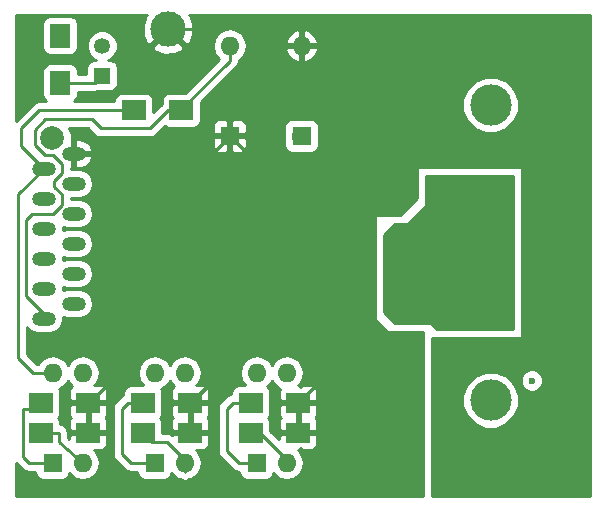
<source format=gbr>
G04 #@! TF.FileFunction,Copper,L2,Bot,Signal*
%FSLAX46Y46*%
G04 Gerber Fmt 4.6, Leading zero omitted, Abs format (unit mm)*
G04 Created by KiCad (PCBNEW 4.0.5) date 02/15/17 17:48:56*
%MOMM*%
%LPD*%
G01*
G04 APERTURE LIST*
%ADD10C,0.100000*%
%ADD11C,3.000000*%
%ADD12R,1.600000X1.600000*%
%ADD13O,1.600000X1.600000*%
%ADD14R,1.700000X2.000000*%
%ADD15R,2.000000X1.700000*%
%ADD16C,3.500000*%
%ADD17R,1.350000X1.350000*%
%ADD18C,1.350000*%
%ADD19O,2.000000X1.200000*%
%ADD20C,2.000000*%
%ADD21C,0.600000*%
%ADD22C,0.250000*%
%ADD23C,0.254000*%
G04 APERTURE END LIST*
D10*
D11*
X169799000Y-87757000D03*
D12*
X168656000Y-124460000D03*
D13*
X171196000Y-116840000D03*
X171196000Y-124460000D03*
X168656000Y-116840000D03*
D12*
X181102000Y-96774000D03*
D13*
X181102000Y-89154000D03*
D12*
X160020000Y-124460000D03*
D13*
X162560000Y-116840000D03*
X162560000Y-124460000D03*
X160020000Y-116840000D03*
D12*
X177292000Y-124460000D03*
D13*
X179832000Y-116840000D03*
X179832000Y-124460000D03*
X177292000Y-116840000D03*
D12*
X175006000Y-96774000D03*
D13*
X175006000Y-89154000D03*
D14*
X160655000Y-88297000D03*
X160655000Y-92297000D03*
D15*
X166910000Y-94615000D03*
X170910000Y-94615000D03*
X176816000Y-121920000D03*
X180816000Y-121920000D03*
X167672000Y-119380000D03*
X171672000Y-119380000D03*
X167672000Y-121920000D03*
X171672000Y-121920000D03*
X159036000Y-119380000D03*
X163036000Y-119380000D03*
X159036000Y-121920000D03*
X163036000Y-121920000D03*
X176816000Y-119380000D03*
X180816000Y-119380000D03*
D16*
X197104000Y-94180000D03*
X197104000Y-119180000D03*
D17*
X164211000Y-91694000D03*
D18*
X164211000Y-89154000D03*
D19*
X161798000Y-98298000D03*
X159258000Y-99568000D03*
X161798000Y-100838000D03*
X159258000Y-102108000D03*
X161798000Y-103378000D03*
X159258000Y-104648000D03*
X161798000Y-105918000D03*
X159258000Y-107188000D03*
X161798000Y-108458000D03*
X159258000Y-109728000D03*
X161798000Y-110998000D03*
X159258000Y-112268000D03*
D20*
X159998000Y-96948000D03*
D21*
X188595000Y-114427000D03*
X186690000Y-119380000D03*
X174117000Y-100711000D03*
X200660000Y-110744000D03*
X200660000Y-108204000D03*
X200660000Y-105156000D03*
X200660000Y-102616000D03*
X171704000Y-100838000D03*
X183642000Y-104902000D03*
X179832000Y-104648000D03*
X168656000Y-100330000D03*
X192532000Y-111760000D03*
X191008000Y-108712000D03*
X200600000Y-117500000D03*
X160655000Y-88297000D03*
D22*
X169799000Y-87757000D02*
X171831000Y-87757000D01*
X177800000Y-90932000D02*
X175006000Y-93726000D01*
X177800000Y-88138000D02*
X177800000Y-90932000D01*
X176911000Y-87249000D02*
X177800000Y-88138000D01*
X172339000Y-87249000D02*
X176911000Y-87249000D01*
X171831000Y-87757000D02*
X172339000Y-87249000D01*
X175006000Y-93726000D02*
X175006000Y-96774000D01*
X161798000Y-98298000D02*
X173482000Y-98298000D01*
X173482000Y-98298000D02*
X175006000Y-96774000D01*
X188595000Y-114427000D02*
X185293000Y-111125000D01*
X185293000Y-106553000D02*
X183642000Y-104902000D01*
X185293000Y-111125000D02*
X185293000Y-106553000D01*
X200660000Y-102616000D02*
X200660000Y-99568000D01*
X176784000Y-98552000D02*
X175006000Y-96774000D01*
X199644000Y-98552000D02*
X176784000Y-98552000D01*
X200660000Y-99568000D02*
X199644000Y-98552000D01*
X186690000Y-119380000D02*
X186690000Y-116332000D01*
X186690000Y-116332000D02*
X188595000Y-114427000D01*
X186690000Y-119380000D02*
X180816000Y-119380000D01*
X179832000Y-104648000D02*
X178054000Y-104648000D01*
X178054000Y-104648000D02*
X174117000Y-100711000D01*
X175006000Y-99822000D02*
X175006000Y-96774000D01*
X174117000Y-100711000D02*
X175006000Y-99822000D01*
X171672000Y-119380000D02*
X171704000Y-119380000D01*
X171704000Y-119380000D02*
X174752000Y-116332000D01*
X174752000Y-116332000D02*
X174752000Y-115062000D01*
X174752000Y-115062000D02*
X175260000Y-114554000D01*
X175260000Y-114554000D02*
X182118000Y-114554000D01*
X182118000Y-114554000D02*
X182626000Y-115062000D01*
X182626000Y-115062000D02*
X182626000Y-117570000D01*
X182626000Y-117570000D02*
X180816000Y-119380000D01*
X180816000Y-119380000D02*
X180816000Y-118904000D01*
X171672000Y-118904000D02*
X171672000Y-119380000D01*
X163036000Y-119380000D02*
X163068000Y-119380000D01*
X163068000Y-119380000D02*
X166624000Y-115824000D01*
X173482000Y-117570000D02*
X171672000Y-119380000D01*
X173482000Y-115824000D02*
X173482000Y-117570000D01*
X172720000Y-115062000D02*
X173482000Y-115824000D01*
X167132000Y-115062000D02*
X172720000Y-115062000D01*
X166624000Y-115570000D02*
X167132000Y-115062000D01*
X166624000Y-115824000D02*
X166624000Y-115570000D01*
X180816000Y-121920000D02*
X180816000Y-119380000D01*
X171672000Y-121920000D02*
X171672000Y-119380000D01*
X163036000Y-121920000D02*
X163036000Y-119380000D01*
X175006000Y-96774000D02*
X175006000Y-93726000D01*
X175006000Y-93726000D02*
X179578000Y-89154000D01*
X179578000Y-89154000D02*
X181102000Y-89154000D01*
X200660000Y-110744000D02*
X200660000Y-108204000D01*
X200660000Y-108204000D02*
X200660000Y-105156000D01*
X200660000Y-102616000D02*
X200660000Y-105156000D01*
X171196000Y-100330000D02*
X168656000Y-100330000D01*
X171704000Y-100838000D02*
X171196000Y-100330000D01*
X183642000Y-104902000D02*
X183388000Y-104648000D01*
X183388000Y-104648000D02*
X179832000Y-104648000D01*
X192532000Y-110236000D02*
X192532000Y-111760000D01*
X191008000Y-108712000D02*
X192532000Y-110236000D01*
X160655000Y-92297000D02*
X163608000Y-92297000D01*
X163608000Y-92297000D02*
X164211000Y-91694000D01*
X159258000Y-99568000D02*
X157353000Y-97663000D01*
X158877000Y-94615000D02*
X166910000Y-94615000D01*
X157353000Y-96139000D02*
X158877000Y-94615000D01*
X157353000Y-97663000D02*
X157353000Y-96139000D01*
X160020000Y-116840000D02*
X158369000Y-116840000D01*
X157099000Y-101727000D02*
X159258000Y-99568000D01*
X157099000Y-115570000D02*
X157099000Y-101727000D01*
X158369000Y-116840000D02*
X157099000Y-115570000D01*
X160528000Y-116840000D02*
X160020000Y-116840000D01*
X163068000Y-116840000D02*
X162814000Y-116840000D01*
X159036000Y-121920000D02*
X160528000Y-121920000D01*
X162560000Y-124460000D02*
X160528000Y-122682000D01*
X160528000Y-122682000D02*
X160528000Y-121920000D01*
X158528000Y-119888000D02*
X157480000Y-119888000D01*
X157988000Y-124460000D02*
X157480000Y-123952000D01*
X157480000Y-123952000D02*
X157480000Y-119888000D01*
X157988000Y-124460000D02*
X160020000Y-124460000D01*
X158528000Y-119888000D02*
X159036000Y-119380000D01*
X171196000Y-124460000D02*
X171196000Y-125222000D01*
X171196000Y-124460000D02*
X171196000Y-124206000D01*
X171196000Y-124206000D02*
X169672000Y-122682000D01*
X169672000Y-122682000D02*
X168434000Y-122682000D01*
X168434000Y-122682000D02*
X167672000Y-121920000D01*
X168656000Y-124460000D02*
X166624000Y-124460000D01*
X166370000Y-119380000D02*
X167672000Y-119380000D01*
X165862000Y-119888000D02*
X166370000Y-119380000D01*
X165862000Y-123698000D02*
X165862000Y-119888000D01*
X166624000Y-124460000D02*
X165862000Y-123698000D01*
X176816000Y-121920000D02*
X177292000Y-121920000D01*
X179832000Y-124460000D02*
X179832000Y-124206000D01*
X179832000Y-124206000D02*
X177546000Y-121920000D01*
X177546000Y-121920000D02*
X176816000Y-121920000D01*
X177292000Y-124460000D02*
X175768000Y-124460000D01*
X175260000Y-119380000D02*
X176816000Y-119380000D01*
X174752000Y-119888000D02*
X175260000Y-119380000D01*
X174752000Y-123444000D02*
X174752000Y-119888000D01*
X175768000Y-124460000D02*
X174752000Y-123444000D01*
X177292000Y-124460000D02*
X177292000Y-123952000D01*
X159258000Y-112268000D02*
X159258000Y-111887000D01*
X159258000Y-111887000D02*
X157734000Y-110363000D01*
X157734000Y-110363000D02*
X157734000Y-103886000D01*
X157734000Y-103886000D02*
X158242000Y-103378000D01*
X158242000Y-103378000D02*
X160020000Y-103378000D01*
X160020000Y-103378000D02*
X160782000Y-102616000D01*
X160782000Y-102616000D02*
X160782000Y-101727000D01*
X160782000Y-101727000D02*
X160147000Y-101092000D01*
X160147000Y-101092000D02*
X160147000Y-100584000D01*
X160147000Y-100584000D02*
X160782000Y-99949000D01*
X160782000Y-99949000D02*
X160782000Y-99187000D01*
X160782000Y-99187000D02*
X160020000Y-98425000D01*
X160020000Y-98425000D02*
X159385000Y-98425000D01*
X159385000Y-98425000D02*
X158496000Y-97536000D01*
X158496000Y-97536000D02*
X158496000Y-96266000D01*
X158496000Y-96266000D02*
X159385000Y-95377000D01*
X159385000Y-95377000D02*
X163322000Y-95377000D01*
X163322000Y-95377000D02*
X164084000Y-96139000D01*
X164084000Y-96139000D02*
X168275000Y-96139000D01*
X168275000Y-96139000D02*
X169799000Y-94615000D01*
X169799000Y-94615000D02*
X170910000Y-94615000D01*
X170910000Y-94615000D02*
X170910000Y-94520000D01*
X170910000Y-94520000D02*
X175006000Y-90424000D01*
X175006000Y-90424000D02*
X175006000Y-89154000D01*
X180340000Y-97028000D02*
X180340000Y-96520000D01*
X161195000Y-87757000D02*
X160655000Y-88297000D01*
D23*
G36*
X199009000Y-113157000D02*
X192584606Y-113157000D01*
X192113803Y-112686197D01*
X192071789Y-112658334D01*
X192024000Y-112649000D01*
X189028606Y-112649000D01*
X188087000Y-111707394D01*
X188087000Y-105208606D01*
X189028606Y-104267000D01*
X189992000Y-104267000D01*
X190041410Y-104256994D01*
X190081803Y-104229803D01*
X191605803Y-102705803D01*
X191633666Y-102663789D01*
X191643000Y-102616000D01*
X191643000Y-100203000D01*
X199009000Y-100203000D01*
X199009000Y-113157000D01*
X199009000Y-113157000D01*
G37*
X199009000Y-113157000D02*
X192584606Y-113157000D01*
X192113803Y-112686197D01*
X192071789Y-112658334D01*
X192024000Y-112649000D01*
X189028606Y-112649000D01*
X188087000Y-111707394D01*
X188087000Y-105208606D01*
X189028606Y-104267000D01*
X189992000Y-104267000D01*
X190041410Y-104256994D01*
X190081803Y-104229803D01*
X191605803Y-102705803D01*
X191633666Y-102663789D01*
X191643000Y-102616000D01*
X191643000Y-100203000D01*
X199009000Y-100203000D01*
X199009000Y-113157000D01*
G36*
X167966261Y-86582418D02*
X167656277Y-87373187D01*
X167672503Y-88222387D01*
X167966261Y-88931582D01*
X168285030Y-89091365D01*
X169619395Y-87757000D01*
X169605253Y-87742858D01*
X169784858Y-87563253D01*
X169799000Y-87577395D01*
X169813143Y-87563253D01*
X169992748Y-87742858D01*
X169978605Y-87757000D01*
X171312970Y-89091365D01*
X171631739Y-88931582D01*
X171941723Y-88140813D01*
X171925497Y-87291613D01*
X171631739Y-86582418D01*
X171591005Y-86562000D01*
X205538000Y-86562000D01*
X205538000Y-127306000D01*
X192151000Y-127306000D01*
X192151000Y-119652325D01*
X194718587Y-119652325D01*
X195080916Y-120529229D01*
X195751242Y-121200726D01*
X196627513Y-121564585D01*
X197576325Y-121565413D01*
X198453229Y-121203084D01*
X199124726Y-120532758D01*
X199488585Y-119656487D01*
X199489413Y-118707675D01*
X199127084Y-117830771D01*
X198981734Y-117685167D01*
X199664838Y-117685167D01*
X199806883Y-118028943D01*
X200069673Y-118292192D01*
X200413201Y-118434838D01*
X200785167Y-118435162D01*
X201128943Y-118293117D01*
X201392192Y-118030327D01*
X201534838Y-117686799D01*
X201535162Y-117314833D01*
X201393117Y-116971057D01*
X201130327Y-116707808D01*
X200786799Y-116565162D01*
X200414833Y-116564838D01*
X200071057Y-116706883D01*
X199807808Y-116969673D01*
X199665162Y-117313201D01*
X199664838Y-117685167D01*
X198981734Y-117685167D01*
X198456758Y-117159274D01*
X197580487Y-116795415D01*
X196631675Y-116794587D01*
X195754771Y-117156916D01*
X195083274Y-117827242D01*
X194719415Y-118703513D01*
X194718587Y-119652325D01*
X192151000Y-119652325D01*
X192151000Y-113919000D01*
X199644000Y-113919000D01*
X199693410Y-113908994D01*
X199735035Y-113880553D01*
X199762315Y-113838159D01*
X199771000Y-113792000D01*
X199771000Y-99568000D01*
X199760994Y-99518590D01*
X199732553Y-99476965D01*
X199690159Y-99449685D01*
X199644000Y-99441000D01*
X191008000Y-99441000D01*
X190958590Y-99451006D01*
X190916965Y-99479447D01*
X190889685Y-99521841D01*
X190881000Y-99568000D01*
X190881000Y-102055394D01*
X189431394Y-103505000D01*
X187452000Y-103505000D01*
X187402590Y-103515006D01*
X187360965Y-103543447D01*
X187333685Y-103585841D01*
X187325000Y-103632000D01*
X187325000Y-112268000D01*
X187335006Y-112317410D01*
X187362197Y-112357803D01*
X188378197Y-113373803D01*
X188420211Y-113401666D01*
X188468000Y-113411000D01*
X191389000Y-113411000D01*
X191389000Y-127306000D01*
X156920000Y-127306000D01*
X156920000Y-124455579D01*
X156942599Y-124489401D01*
X157450599Y-124997401D01*
X157697161Y-125162148D01*
X157988000Y-125220000D01*
X158572560Y-125220000D01*
X158572560Y-125260000D01*
X158616838Y-125495317D01*
X158755910Y-125711441D01*
X158968110Y-125856431D01*
X159220000Y-125907440D01*
X160820000Y-125907440D01*
X161055317Y-125863162D01*
X161271441Y-125724090D01*
X161416431Y-125511890D01*
X161447815Y-125356911D01*
X161545302Y-125502811D01*
X162010849Y-125813880D01*
X162560000Y-125923113D01*
X163109151Y-125813880D01*
X163574698Y-125502811D01*
X163885767Y-125037264D01*
X163995000Y-124488113D01*
X163995000Y-124431887D01*
X163885767Y-123882736D01*
X163574698Y-123417189D01*
X163556456Y-123405000D01*
X164162309Y-123405000D01*
X164395698Y-123308327D01*
X164574327Y-123129699D01*
X164671000Y-122896310D01*
X164671000Y-122205750D01*
X164512250Y-122047000D01*
X163163000Y-122047000D01*
X163163000Y-122067000D01*
X162909000Y-122067000D01*
X162909000Y-122047000D01*
X161559750Y-122047000D01*
X161401000Y-122205750D01*
X161401000Y-122436011D01*
X161288000Y-122337136D01*
X161288000Y-121920000D01*
X161230148Y-121629161D01*
X161065401Y-121382599D01*
X160818839Y-121217852D01*
X160683440Y-121190919D01*
X160683440Y-121070000D01*
X160639162Y-120834683D01*
X160518985Y-120647923D01*
X160632431Y-120481890D01*
X160683440Y-120230000D01*
X160683440Y-119665750D01*
X161401000Y-119665750D01*
X161401000Y-120356310D01*
X161497673Y-120589699D01*
X161557974Y-120650000D01*
X161497673Y-120710301D01*
X161401000Y-120943690D01*
X161401000Y-121634250D01*
X161559750Y-121793000D01*
X162909000Y-121793000D01*
X162909000Y-119507000D01*
X163163000Y-119507000D01*
X163163000Y-121793000D01*
X164512250Y-121793000D01*
X164671000Y-121634250D01*
X164671000Y-120943690D01*
X164574327Y-120710301D01*
X164514026Y-120650000D01*
X164574327Y-120589699D01*
X164671000Y-120356310D01*
X164671000Y-119888000D01*
X165102000Y-119888000D01*
X165102000Y-123698000D01*
X165159852Y-123988839D01*
X165324599Y-124235401D01*
X166086599Y-124997401D01*
X166333161Y-125162148D01*
X166624000Y-125220000D01*
X167208560Y-125220000D01*
X167208560Y-125260000D01*
X167252838Y-125495317D01*
X167391910Y-125711441D01*
X167604110Y-125856431D01*
X167856000Y-125907440D01*
X169456000Y-125907440D01*
X169691317Y-125863162D01*
X169907441Y-125724090D01*
X170052431Y-125511890D01*
X170083815Y-125356911D01*
X170181302Y-125502811D01*
X170646849Y-125813880D01*
X170779674Y-125840301D01*
X170905161Y-125924148D01*
X171196000Y-125982000D01*
X171486839Y-125924148D01*
X171612326Y-125840301D01*
X171745151Y-125813880D01*
X172210698Y-125502811D01*
X172521767Y-125037264D01*
X172631000Y-124488113D01*
X172631000Y-124431887D01*
X172521767Y-123882736D01*
X172210698Y-123417189D01*
X172192456Y-123405000D01*
X172798309Y-123405000D01*
X173031698Y-123308327D01*
X173210327Y-123129699D01*
X173307000Y-122896310D01*
X173307000Y-122205750D01*
X173148250Y-122047000D01*
X171799000Y-122047000D01*
X171799000Y-122067000D01*
X171545000Y-122067000D01*
X171545000Y-122047000D01*
X170195750Y-122047000D01*
X170142711Y-122100039D01*
X169962839Y-121979852D01*
X169672000Y-121922000D01*
X169319440Y-121922000D01*
X169319440Y-121070000D01*
X169275162Y-120834683D01*
X169154985Y-120647923D01*
X169268431Y-120481890D01*
X169319440Y-120230000D01*
X169319440Y-119665750D01*
X170037000Y-119665750D01*
X170037000Y-120356310D01*
X170133673Y-120589699D01*
X170193974Y-120650000D01*
X170133673Y-120710301D01*
X170037000Y-120943690D01*
X170037000Y-121634250D01*
X170195750Y-121793000D01*
X171545000Y-121793000D01*
X171545000Y-119507000D01*
X171799000Y-119507000D01*
X171799000Y-121793000D01*
X173148250Y-121793000D01*
X173307000Y-121634250D01*
X173307000Y-120943690D01*
X173210327Y-120710301D01*
X173150026Y-120650000D01*
X173210327Y-120589699D01*
X173307000Y-120356310D01*
X173307000Y-119888000D01*
X173992000Y-119888000D01*
X173992000Y-123444000D01*
X174049852Y-123734839D01*
X174214599Y-123981401D01*
X175230599Y-124997401D01*
X175477161Y-125162148D01*
X175768000Y-125220000D01*
X175844560Y-125220000D01*
X175844560Y-125260000D01*
X175888838Y-125495317D01*
X176027910Y-125711441D01*
X176240110Y-125856431D01*
X176492000Y-125907440D01*
X178092000Y-125907440D01*
X178327317Y-125863162D01*
X178543441Y-125724090D01*
X178688431Y-125511890D01*
X178719815Y-125356911D01*
X178817302Y-125502811D01*
X179282849Y-125813880D01*
X179832000Y-125923113D01*
X180381151Y-125813880D01*
X180846698Y-125502811D01*
X181157767Y-125037264D01*
X181267000Y-124488113D01*
X181267000Y-124431887D01*
X181157767Y-123882736D01*
X180846698Y-123417189D01*
X180828456Y-123405000D01*
X180943002Y-123405000D01*
X180943002Y-123246252D01*
X181101750Y-123405000D01*
X181942309Y-123405000D01*
X182175698Y-123308327D01*
X182354327Y-123129699D01*
X182451000Y-122896310D01*
X182451000Y-122205750D01*
X182292250Y-122047000D01*
X180943000Y-122047000D01*
X180943000Y-122067000D01*
X180689000Y-122067000D01*
X180689000Y-122047000D01*
X179339750Y-122047000D01*
X179181000Y-122205750D01*
X179181000Y-122480198D01*
X178463440Y-121762638D01*
X178463440Y-121070000D01*
X178419162Y-120834683D01*
X178298985Y-120647923D01*
X178412431Y-120481890D01*
X178463440Y-120230000D01*
X178463440Y-119665750D01*
X179181000Y-119665750D01*
X179181000Y-120356310D01*
X179277673Y-120589699D01*
X179337974Y-120650000D01*
X179277673Y-120710301D01*
X179181000Y-120943690D01*
X179181000Y-121634250D01*
X179339750Y-121793000D01*
X180689000Y-121793000D01*
X180689000Y-119507000D01*
X180943000Y-119507000D01*
X180943000Y-121793000D01*
X182292250Y-121793000D01*
X182451000Y-121634250D01*
X182451000Y-120943690D01*
X182354327Y-120710301D01*
X182294026Y-120650000D01*
X182354327Y-120589699D01*
X182451000Y-120356310D01*
X182451000Y-119665750D01*
X182292250Y-119507000D01*
X180943000Y-119507000D01*
X180689000Y-119507000D01*
X179339750Y-119507000D01*
X179181000Y-119665750D01*
X178463440Y-119665750D01*
X178463440Y-118530000D01*
X178419162Y-118294683D01*
X178280090Y-118078559D01*
X178148403Y-117988581D01*
X178306698Y-117882811D01*
X178562000Y-117500725D01*
X178817302Y-117882811D01*
X179271145Y-118186060D01*
X179181000Y-118403690D01*
X179181000Y-119094250D01*
X179339750Y-119253000D01*
X180689000Y-119253000D01*
X180689000Y-119233000D01*
X180943000Y-119233000D01*
X180943000Y-119253000D01*
X182292250Y-119253000D01*
X182451000Y-119094250D01*
X182451000Y-118403690D01*
X182354327Y-118170301D01*
X182175698Y-117991673D01*
X181942309Y-117895000D01*
X181101750Y-117895000D01*
X180943002Y-118053748D01*
X180943002Y-117895000D01*
X180828456Y-117895000D01*
X180846698Y-117882811D01*
X181157767Y-117417264D01*
X181267000Y-116868113D01*
X181267000Y-116811887D01*
X181157767Y-116262736D01*
X180846698Y-115797189D01*
X180381151Y-115486120D01*
X179832000Y-115376887D01*
X179282849Y-115486120D01*
X178817302Y-115797189D01*
X178562000Y-116179275D01*
X178306698Y-115797189D01*
X177841151Y-115486120D01*
X177292000Y-115376887D01*
X176742849Y-115486120D01*
X176277302Y-115797189D01*
X175966233Y-116262736D01*
X175857000Y-116811887D01*
X175857000Y-116868113D01*
X175966233Y-117417264D01*
X176277134Y-117882560D01*
X175816000Y-117882560D01*
X175580683Y-117926838D01*
X175364559Y-118065910D01*
X175219569Y-118278110D01*
X175168560Y-118530000D01*
X175168560Y-118638189D01*
X174969161Y-118677852D01*
X174924528Y-118707675D01*
X174722599Y-118842599D01*
X174214599Y-119350599D01*
X174049852Y-119597161D01*
X173992000Y-119888000D01*
X173307000Y-119888000D01*
X173307000Y-119665750D01*
X173148250Y-119507000D01*
X171799000Y-119507000D01*
X171545000Y-119507000D01*
X170195750Y-119507000D01*
X170037000Y-119665750D01*
X169319440Y-119665750D01*
X169319440Y-118530000D01*
X169275162Y-118294683D01*
X169208750Y-118191475D01*
X169670698Y-117882811D01*
X169926000Y-117500725D01*
X170181302Y-117882811D01*
X170332009Y-117983510D01*
X170312302Y-117991673D01*
X170133673Y-118170301D01*
X170037000Y-118403690D01*
X170037000Y-119094250D01*
X170195750Y-119253000D01*
X171545000Y-119253000D01*
X171545000Y-119233000D01*
X171799000Y-119233000D01*
X171799000Y-119253000D01*
X173148250Y-119253000D01*
X173307000Y-119094250D01*
X173307000Y-118403690D01*
X173210327Y-118170301D01*
X173031698Y-117991673D01*
X172798309Y-117895000D01*
X172192456Y-117895000D01*
X172210698Y-117882811D01*
X172521767Y-117417264D01*
X172631000Y-116868113D01*
X172631000Y-116811887D01*
X172521767Y-116262736D01*
X172210698Y-115797189D01*
X171745151Y-115486120D01*
X171196000Y-115376887D01*
X170646849Y-115486120D01*
X170181302Y-115797189D01*
X169926000Y-116179275D01*
X169670698Y-115797189D01*
X169205151Y-115486120D01*
X168656000Y-115376887D01*
X168106849Y-115486120D01*
X167641302Y-115797189D01*
X167330233Y-116262736D01*
X167221000Y-116811887D01*
X167221000Y-116868113D01*
X167330233Y-117417264D01*
X167641134Y-117882560D01*
X166672000Y-117882560D01*
X166436683Y-117926838D01*
X166220559Y-118065910D01*
X166075569Y-118278110D01*
X166024560Y-118530000D01*
X166024560Y-118714335D01*
X165832599Y-118842599D01*
X165324599Y-119350599D01*
X165159852Y-119597161D01*
X165102000Y-119888000D01*
X164671000Y-119888000D01*
X164671000Y-119665750D01*
X164512250Y-119507000D01*
X163163000Y-119507000D01*
X162909000Y-119507000D01*
X161559750Y-119507000D01*
X161401000Y-119665750D01*
X160683440Y-119665750D01*
X160683440Y-118530000D01*
X160639162Y-118294683D01*
X160572750Y-118191475D01*
X161034698Y-117882811D01*
X161290000Y-117500725D01*
X161545302Y-117882811D01*
X161696009Y-117983510D01*
X161676302Y-117991673D01*
X161497673Y-118170301D01*
X161401000Y-118403690D01*
X161401000Y-119094250D01*
X161559750Y-119253000D01*
X162909000Y-119253000D01*
X162909000Y-119233000D01*
X163163000Y-119233000D01*
X163163000Y-119253000D01*
X164512250Y-119253000D01*
X164671000Y-119094250D01*
X164671000Y-118403690D01*
X164574327Y-118170301D01*
X164395698Y-117991673D01*
X164162309Y-117895000D01*
X163556456Y-117895000D01*
X163574698Y-117882811D01*
X163885767Y-117417264D01*
X163995000Y-116868113D01*
X163995000Y-116811887D01*
X163885767Y-116262736D01*
X163574698Y-115797189D01*
X163109151Y-115486120D01*
X162560000Y-115376887D01*
X162010849Y-115486120D01*
X161545302Y-115797189D01*
X161290000Y-116179275D01*
X161034698Y-115797189D01*
X160569151Y-115486120D01*
X160020000Y-115376887D01*
X159470849Y-115486120D01*
X159005302Y-115797189D01*
X158816333Y-116080000D01*
X158683802Y-116080000D01*
X157859000Y-115255198D01*
X157859000Y-113001058D01*
X157952691Y-113141277D01*
X158353354Y-113408991D01*
X158825968Y-113503000D01*
X159690032Y-113503000D01*
X160162646Y-113408991D01*
X160563309Y-113141277D01*
X160831023Y-112740614D01*
X160925032Y-112268000D01*
X160899618Y-112140237D01*
X161365968Y-112233000D01*
X162230032Y-112233000D01*
X162702646Y-112138991D01*
X163103309Y-111871277D01*
X163371023Y-111470614D01*
X163465032Y-110998000D01*
X163371023Y-110525386D01*
X163103309Y-110124723D01*
X162702646Y-109857009D01*
X162230032Y-109763000D01*
X161365968Y-109763000D01*
X160899618Y-109855763D01*
X160925032Y-109728000D01*
X160899618Y-109600237D01*
X161365968Y-109693000D01*
X162230032Y-109693000D01*
X162702646Y-109598991D01*
X163103309Y-109331277D01*
X163371023Y-108930614D01*
X163465032Y-108458000D01*
X163371023Y-107985386D01*
X163103309Y-107584723D01*
X162702646Y-107317009D01*
X162230032Y-107223000D01*
X161365968Y-107223000D01*
X160899618Y-107315763D01*
X160925032Y-107188000D01*
X160899618Y-107060237D01*
X161365968Y-107153000D01*
X162230032Y-107153000D01*
X162702646Y-107058991D01*
X163103309Y-106791277D01*
X163371023Y-106390614D01*
X163465032Y-105918000D01*
X163371023Y-105445386D01*
X163103309Y-105044723D01*
X162702646Y-104777009D01*
X162230032Y-104683000D01*
X161365968Y-104683000D01*
X160899618Y-104775763D01*
X160925032Y-104648000D01*
X160899618Y-104520237D01*
X161365968Y-104613000D01*
X162230032Y-104613000D01*
X162702646Y-104518991D01*
X163103309Y-104251277D01*
X163371023Y-103850614D01*
X163465032Y-103378000D01*
X163371023Y-102905386D01*
X163103309Y-102504723D01*
X162702646Y-102237009D01*
X162230032Y-102143000D01*
X161542000Y-102143000D01*
X161542000Y-102073000D01*
X162230032Y-102073000D01*
X162702646Y-101978991D01*
X163103309Y-101711277D01*
X163371023Y-101310614D01*
X163465032Y-100838000D01*
X163371023Y-100365386D01*
X163103309Y-99964723D01*
X162702646Y-99697009D01*
X162230032Y-99603000D01*
X161542000Y-99603000D01*
X161542000Y-99533000D01*
X161671000Y-99533000D01*
X161671000Y-98425000D01*
X161925000Y-98425000D01*
X161925000Y-99533000D01*
X162325000Y-99533000D01*
X162787947Y-99390390D01*
X163161080Y-99081474D01*
X163387592Y-98653281D01*
X163391462Y-98615609D01*
X163266731Y-98425000D01*
X161925000Y-98425000D01*
X161671000Y-98425000D01*
X161651000Y-98425000D01*
X161651000Y-98171000D01*
X161671000Y-98171000D01*
X161671000Y-97063000D01*
X161925000Y-97063000D01*
X161925000Y-98171000D01*
X163266731Y-98171000D01*
X163391462Y-97980391D01*
X163387592Y-97942719D01*
X163161080Y-97514526D01*
X162787947Y-97205610D01*
X162325000Y-97063000D01*
X161925000Y-97063000D01*
X161671000Y-97063000D01*
X161632901Y-97063000D01*
X161632903Y-97059750D01*
X173571000Y-97059750D01*
X173571000Y-97700309D01*
X173667673Y-97933698D01*
X173846301Y-98112327D01*
X174079690Y-98209000D01*
X174720250Y-98209000D01*
X174879000Y-98050250D01*
X174879000Y-96901000D01*
X175133000Y-96901000D01*
X175133000Y-98050250D01*
X175291750Y-98209000D01*
X175932310Y-98209000D01*
X176165699Y-98112327D01*
X176344327Y-97933698D01*
X176441000Y-97700309D01*
X176441000Y-97059750D01*
X176282250Y-96901000D01*
X175133000Y-96901000D01*
X174879000Y-96901000D01*
X173729750Y-96901000D01*
X173571000Y-97059750D01*
X161632903Y-97059750D01*
X161633284Y-96624205D01*
X161431974Y-96137000D01*
X163007198Y-96137000D01*
X163546599Y-96676401D01*
X163793161Y-96841148D01*
X164084000Y-96899000D01*
X168275000Y-96899000D01*
X168565839Y-96841148D01*
X168812401Y-96676401D01*
X169521032Y-95967770D01*
X169658110Y-96061431D01*
X169910000Y-96112440D01*
X171910000Y-96112440D01*
X172145317Y-96068162D01*
X172361441Y-95929090D01*
X172417058Y-95847691D01*
X173571000Y-95847691D01*
X173571000Y-96488250D01*
X173729750Y-96647000D01*
X174879000Y-96647000D01*
X174879000Y-95497750D01*
X175133000Y-95497750D01*
X175133000Y-96647000D01*
X176282250Y-96647000D01*
X176409250Y-96520000D01*
X179580000Y-96520000D01*
X179580000Y-97028000D01*
X179637852Y-97318839D01*
X179654560Y-97343844D01*
X179654560Y-97574000D01*
X179698838Y-97809317D01*
X179837910Y-98025441D01*
X180050110Y-98170431D01*
X180302000Y-98221440D01*
X181902000Y-98221440D01*
X182137317Y-98177162D01*
X182353441Y-98038090D01*
X182498431Y-97825890D01*
X182549440Y-97574000D01*
X182549440Y-95974000D01*
X182505162Y-95738683D01*
X182366090Y-95522559D01*
X182153890Y-95377569D01*
X181902000Y-95326560D01*
X180302000Y-95326560D01*
X180066683Y-95370838D01*
X179850559Y-95509910D01*
X179705569Y-95722110D01*
X179654560Y-95974000D01*
X179654560Y-96204156D01*
X179637852Y-96229161D01*
X179580000Y-96520000D01*
X176409250Y-96520000D01*
X176441000Y-96488250D01*
X176441000Y-95847691D01*
X176344327Y-95614302D01*
X176165699Y-95435673D01*
X175932310Y-95339000D01*
X175291750Y-95339000D01*
X175133000Y-95497750D01*
X174879000Y-95497750D01*
X174720250Y-95339000D01*
X174079690Y-95339000D01*
X173846301Y-95435673D01*
X173667673Y-95614302D01*
X173571000Y-95847691D01*
X172417058Y-95847691D01*
X172506431Y-95716890D01*
X172557440Y-95465000D01*
X172557440Y-94652325D01*
X194718587Y-94652325D01*
X195080916Y-95529229D01*
X195751242Y-96200726D01*
X196627513Y-96564585D01*
X197576325Y-96565413D01*
X198453229Y-96203084D01*
X199124726Y-95532758D01*
X199488585Y-94656487D01*
X199489413Y-93707675D01*
X199127084Y-92830771D01*
X198456758Y-92159274D01*
X197580487Y-91795415D01*
X196631675Y-91794587D01*
X195754771Y-92156916D01*
X195083274Y-92827242D01*
X194719415Y-93703513D01*
X194718587Y-94652325D01*
X172557440Y-94652325D01*
X172557440Y-93947362D01*
X175543401Y-90961401D01*
X175708148Y-90714839D01*
X175766000Y-90424000D01*
X175766000Y-90366995D01*
X176020698Y-90196811D01*
X176331767Y-89731264D01*
X176377163Y-89503041D01*
X179710086Y-89503041D01*
X179949611Y-90009134D01*
X180364577Y-90385041D01*
X180752961Y-90545904D01*
X180975000Y-90423915D01*
X180975000Y-89281000D01*
X181229000Y-89281000D01*
X181229000Y-90423915D01*
X181451039Y-90545904D01*
X181839423Y-90385041D01*
X182254389Y-90009134D01*
X182493914Y-89503041D01*
X182372629Y-89281000D01*
X181229000Y-89281000D01*
X180975000Y-89281000D01*
X179831371Y-89281000D01*
X179710086Y-89503041D01*
X176377163Y-89503041D01*
X176441000Y-89182113D01*
X176441000Y-89125887D01*
X176377164Y-88804959D01*
X179710086Y-88804959D01*
X179831371Y-89027000D01*
X180975000Y-89027000D01*
X180975000Y-87884085D01*
X181229000Y-87884085D01*
X181229000Y-89027000D01*
X182372629Y-89027000D01*
X182493914Y-88804959D01*
X182254389Y-88298866D01*
X181839423Y-87922959D01*
X181451039Y-87762096D01*
X181229000Y-87884085D01*
X180975000Y-87884085D01*
X180752961Y-87762096D01*
X180364577Y-87922959D01*
X179949611Y-88298866D01*
X179710086Y-88804959D01*
X176377164Y-88804959D01*
X176331767Y-88576736D01*
X176020698Y-88111189D01*
X175555151Y-87800120D01*
X175006000Y-87690887D01*
X174456849Y-87800120D01*
X173991302Y-88111189D01*
X173680233Y-88576736D01*
X173571000Y-89125887D01*
X173571000Y-89182113D01*
X173680233Y-89731264D01*
X173991302Y-90196811D01*
X174091462Y-90263736D01*
X171237638Y-93117560D01*
X169910000Y-93117560D01*
X169674683Y-93161838D01*
X169458559Y-93300910D01*
X169313569Y-93513110D01*
X169262560Y-93765000D01*
X169262560Y-94076957D01*
X169261599Y-94077599D01*
X168557440Y-94781758D01*
X168557440Y-93765000D01*
X168513162Y-93529683D01*
X168374090Y-93313559D01*
X168161890Y-93168569D01*
X167910000Y-93117560D01*
X165910000Y-93117560D01*
X165674683Y-93161838D01*
X165458559Y-93300910D01*
X165313569Y-93513110D01*
X165262560Y-93765000D01*
X165262560Y-93855000D01*
X161810501Y-93855000D01*
X161956441Y-93761090D01*
X162101431Y-93548890D01*
X162152440Y-93297000D01*
X162152440Y-93057000D01*
X163608000Y-93057000D01*
X163811907Y-93016440D01*
X164886000Y-93016440D01*
X165121317Y-92972162D01*
X165337441Y-92833090D01*
X165482431Y-92620890D01*
X165533440Y-92369000D01*
X165533440Y-91019000D01*
X165489162Y-90783683D01*
X165350090Y-90567559D01*
X165137890Y-90422569D01*
X164886000Y-90371560D01*
X164694701Y-90371560D01*
X164952086Y-90265211D01*
X165320916Y-89897024D01*
X165520772Y-89415718D01*
X165520898Y-89270970D01*
X168464635Y-89270970D01*
X168624418Y-89589739D01*
X169415187Y-89899723D01*
X170264387Y-89883497D01*
X170973582Y-89589739D01*
X171133365Y-89270970D01*
X169799000Y-87936605D01*
X168464635Y-89270970D01*
X165520898Y-89270970D01*
X165521226Y-88894568D01*
X165322211Y-88412914D01*
X164954024Y-88044084D01*
X164472718Y-87844228D01*
X163951568Y-87843774D01*
X163469914Y-88042789D01*
X163101084Y-88410976D01*
X162901228Y-88892282D01*
X162900774Y-89413432D01*
X163099789Y-89895086D01*
X163467976Y-90263916D01*
X163727211Y-90371560D01*
X163536000Y-90371560D01*
X163300683Y-90415838D01*
X163084559Y-90554910D01*
X162939569Y-90767110D01*
X162888560Y-91019000D01*
X162888560Y-91537000D01*
X162152440Y-91537000D01*
X162152440Y-91297000D01*
X162108162Y-91061683D01*
X161969090Y-90845559D01*
X161756890Y-90700569D01*
X161505000Y-90649560D01*
X159805000Y-90649560D01*
X159569683Y-90693838D01*
X159353559Y-90832910D01*
X159208569Y-91045110D01*
X159157560Y-91297000D01*
X159157560Y-93297000D01*
X159201838Y-93532317D01*
X159340910Y-93748441D01*
X159496864Y-93855000D01*
X158877000Y-93855000D01*
X158634414Y-93903254D01*
X158586160Y-93912852D01*
X158339599Y-94077599D01*
X156920000Y-95497198D01*
X156920000Y-87297000D01*
X159157560Y-87297000D01*
X159157560Y-89297000D01*
X159201838Y-89532317D01*
X159340910Y-89748441D01*
X159553110Y-89893431D01*
X159805000Y-89944440D01*
X161505000Y-89944440D01*
X161740317Y-89900162D01*
X161956441Y-89761090D01*
X162101431Y-89548890D01*
X162152440Y-89297000D01*
X162152440Y-87297000D01*
X162108162Y-87061683D01*
X161969090Y-86845559D01*
X161756890Y-86700569D01*
X161505000Y-86649560D01*
X159805000Y-86649560D01*
X159569683Y-86693838D01*
X159353559Y-86832910D01*
X159208569Y-87045110D01*
X159157560Y-87297000D01*
X156920000Y-87297000D01*
X156920000Y-86562000D01*
X168006995Y-86562000D01*
X167966261Y-86582418D01*
X167966261Y-86582418D01*
G37*
X167966261Y-86582418D02*
X167656277Y-87373187D01*
X167672503Y-88222387D01*
X167966261Y-88931582D01*
X168285030Y-89091365D01*
X169619395Y-87757000D01*
X169605253Y-87742858D01*
X169784858Y-87563253D01*
X169799000Y-87577395D01*
X169813143Y-87563253D01*
X169992748Y-87742858D01*
X169978605Y-87757000D01*
X171312970Y-89091365D01*
X171631739Y-88931582D01*
X171941723Y-88140813D01*
X171925497Y-87291613D01*
X171631739Y-86582418D01*
X171591005Y-86562000D01*
X205538000Y-86562000D01*
X205538000Y-127306000D01*
X192151000Y-127306000D01*
X192151000Y-119652325D01*
X194718587Y-119652325D01*
X195080916Y-120529229D01*
X195751242Y-121200726D01*
X196627513Y-121564585D01*
X197576325Y-121565413D01*
X198453229Y-121203084D01*
X199124726Y-120532758D01*
X199488585Y-119656487D01*
X199489413Y-118707675D01*
X199127084Y-117830771D01*
X198981734Y-117685167D01*
X199664838Y-117685167D01*
X199806883Y-118028943D01*
X200069673Y-118292192D01*
X200413201Y-118434838D01*
X200785167Y-118435162D01*
X201128943Y-118293117D01*
X201392192Y-118030327D01*
X201534838Y-117686799D01*
X201535162Y-117314833D01*
X201393117Y-116971057D01*
X201130327Y-116707808D01*
X200786799Y-116565162D01*
X200414833Y-116564838D01*
X200071057Y-116706883D01*
X199807808Y-116969673D01*
X199665162Y-117313201D01*
X199664838Y-117685167D01*
X198981734Y-117685167D01*
X198456758Y-117159274D01*
X197580487Y-116795415D01*
X196631675Y-116794587D01*
X195754771Y-117156916D01*
X195083274Y-117827242D01*
X194719415Y-118703513D01*
X194718587Y-119652325D01*
X192151000Y-119652325D01*
X192151000Y-113919000D01*
X199644000Y-113919000D01*
X199693410Y-113908994D01*
X199735035Y-113880553D01*
X199762315Y-113838159D01*
X199771000Y-113792000D01*
X199771000Y-99568000D01*
X199760994Y-99518590D01*
X199732553Y-99476965D01*
X199690159Y-99449685D01*
X199644000Y-99441000D01*
X191008000Y-99441000D01*
X190958590Y-99451006D01*
X190916965Y-99479447D01*
X190889685Y-99521841D01*
X190881000Y-99568000D01*
X190881000Y-102055394D01*
X189431394Y-103505000D01*
X187452000Y-103505000D01*
X187402590Y-103515006D01*
X187360965Y-103543447D01*
X187333685Y-103585841D01*
X187325000Y-103632000D01*
X187325000Y-112268000D01*
X187335006Y-112317410D01*
X187362197Y-112357803D01*
X188378197Y-113373803D01*
X188420211Y-113401666D01*
X188468000Y-113411000D01*
X191389000Y-113411000D01*
X191389000Y-127306000D01*
X156920000Y-127306000D01*
X156920000Y-124455579D01*
X156942599Y-124489401D01*
X157450599Y-124997401D01*
X157697161Y-125162148D01*
X157988000Y-125220000D01*
X158572560Y-125220000D01*
X158572560Y-125260000D01*
X158616838Y-125495317D01*
X158755910Y-125711441D01*
X158968110Y-125856431D01*
X159220000Y-125907440D01*
X160820000Y-125907440D01*
X161055317Y-125863162D01*
X161271441Y-125724090D01*
X161416431Y-125511890D01*
X161447815Y-125356911D01*
X161545302Y-125502811D01*
X162010849Y-125813880D01*
X162560000Y-125923113D01*
X163109151Y-125813880D01*
X163574698Y-125502811D01*
X163885767Y-125037264D01*
X163995000Y-124488113D01*
X163995000Y-124431887D01*
X163885767Y-123882736D01*
X163574698Y-123417189D01*
X163556456Y-123405000D01*
X164162309Y-123405000D01*
X164395698Y-123308327D01*
X164574327Y-123129699D01*
X164671000Y-122896310D01*
X164671000Y-122205750D01*
X164512250Y-122047000D01*
X163163000Y-122047000D01*
X163163000Y-122067000D01*
X162909000Y-122067000D01*
X162909000Y-122047000D01*
X161559750Y-122047000D01*
X161401000Y-122205750D01*
X161401000Y-122436011D01*
X161288000Y-122337136D01*
X161288000Y-121920000D01*
X161230148Y-121629161D01*
X161065401Y-121382599D01*
X160818839Y-121217852D01*
X160683440Y-121190919D01*
X160683440Y-121070000D01*
X160639162Y-120834683D01*
X160518985Y-120647923D01*
X160632431Y-120481890D01*
X160683440Y-120230000D01*
X160683440Y-119665750D01*
X161401000Y-119665750D01*
X161401000Y-120356310D01*
X161497673Y-120589699D01*
X161557974Y-120650000D01*
X161497673Y-120710301D01*
X161401000Y-120943690D01*
X161401000Y-121634250D01*
X161559750Y-121793000D01*
X162909000Y-121793000D01*
X162909000Y-119507000D01*
X163163000Y-119507000D01*
X163163000Y-121793000D01*
X164512250Y-121793000D01*
X164671000Y-121634250D01*
X164671000Y-120943690D01*
X164574327Y-120710301D01*
X164514026Y-120650000D01*
X164574327Y-120589699D01*
X164671000Y-120356310D01*
X164671000Y-119888000D01*
X165102000Y-119888000D01*
X165102000Y-123698000D01*
X165159852Y-123988839D01*
X165324599Y-124235401D01*
X166086599Y-124997401D01*
X166333161Y-125162148D01*
X166624000Y-125220000D01*
X167208560Y-125220000D01*
X167208560Y-125260000D01*
X167252838Y-125495317D01*
X167391910Y-125711441D01*
X167604110Y-125856431D01*
X167856000Y-125907440D01*
X169456000Y-125907440D01*
X169691317Y-125863162D01*
X169907441Y-125724090D01*
X170052431Y-125511890D01*
X170083815Y-125356911D01*
X170181302Y-125502811D01*
X170646849Y-125813880D01*
X170779674Y-125840301D01*
X170905161Y-125924148D01*
X171196000Y-125982000D01*
X171486839Y-125924148D01*
X171612326Y-125840301D01*
X171745151Y-125813880D01*
X172210698Y-125502811D01*
X172521767Y-125037264D01*
X172631000Y-124488113D01*
X172631000Y-124431887D01*
X172521767Y-123882736D01*
X172210698Y-123417189D01*
X172192456Y-123405000D01*
X172798309Y-123405000D01*
X173031698Y-123308327D01*
X173210327Y-123129699D01*
X173307000Y-122896310D01*
X173307000Y-122205750D01*
X173148250Y-122047000D01*
X171799000Y-122047000D01*
X171799000Y-122067000D01*
X171545000Y-122067000D01*
X171545000Y-122047000D01*
X170195750Y-122047000D01*
X170142711Y-122100039D01*
X169962839Y-121979852D01*
X169672000Y-121922000D01*
X169319440Y-121922000D01*
X169319440Y-121070000D01*
X169275162Y-120834683D01*
X169154985Y-120647923D01*
X169268431Y-120481890D01*
X169319440Y-120230000D01*
X169319440Y-119665750D01*
X170037000Y-119665750D01*
X170037000Y-120356310D01*
X170133673Y-120589699D01*
X170193974Y-120650000D01*
X170133673Y-120710301D01*
X170037000Y-120943690D01*
X170037000Y-121634250D01*
X170195750Y-121793000D01*
X171545000Y-121793000D01*
X171545000Y-119507000D01*
X171799000Y-119507000D01*
X171799000Y-121793000D01*
X173148250Y-121793000D01*
X173307000Y-121634250D01*
X173307000Y-120943690D01*
X173210327Y-120710301D01*
X173150026Y-120650000D01*
X173210327Y-120589699D01*
X173307000Y-120356310D01*
X173307000Y-119888000D01*
X173992000Y-119888000D01*
X173992000Y-123444000D01*
X174049852Y-123734839D01*
X174214599Y-123981401D01*
X175230599Y-124997401D01*
X175477161Y-125162148D01*
X175768000Y-125220000D01*
X175844560Y-125220000D01*
X175844560Y-125260000D01*
X175888838Y-125495317D01*
X176027910Y-125711441D01*
X176240110Y-125856431D01*
X176492000Y-125907440D01*
X178092000Y-125907440D01*
X178327317Y-125863162D01*
X178543441Y-125724090D01*
X178688431Y-125511890D01*
X178719815Y-125356911D01*
X178817302Y-125502811D01*
X179282849Y-125813880D01*
X179832000Y-125923113D01*
X180381151Y-125813880D01*
X180846698Y-125502811D01*
X181157767Y-125037264D01*
X181267000Y-124488113D01*
X181267000Y-124431887D01*
X181157767Y-123882736D01*
X180846698Y-123417189D01*
X180828456Y-123405000D01*
X180943002Y-123405000D01*
X180943002Y-123246252D01*
X181101750Y-123405000D01*
X181942309Y-123405000D01*
X182175698Y-123308327D01*
X182354327Y-123129699D01*
X182451000Y-122896310D01*
X182451000Y-122205750D01*
X182292250Y-122047000D01*
X180943000Y-122047000D01*
X180943000Y-122067000D01*
X180689000Y-122067000D01*
X180689000Y-122047000D01*
X179339750Y-122047000D01*
X179181000Y-122205750D01*
X179181000Y-122480198D01*
X178463440Y-121762638D01*
X178463440Y-121070000D01*
X178419162Y-120834683D01*
X178298985Y-120647923D01*
X178412431Y-120481890D01*
X178463440Y-120230000D01*
X178463440Y-119665750D01*
X179181000Y-119665750D01*
X179181000Y-120356310D01*
X179277673Y-120589699D01*
X179337974Y-120650000D01*
X179277673Y-120710301D01*
X179181000Y-120943690D01*
X179181000Y-121634250D01*
X179339750Y-121793000D01*
X180689000Y-121793000D01*
X180689000Y-119507000D01*
X180943000Y-119507000D01*
X180943000Y-121793000D01*
X182292250Y-121793000D01*
X182451000Y-121634250D01*
X182451000Y-120943690D01*
X182354327Y-120710301D01*
X182294026Y-120650000D01*
X182354327Y-120589699D01*
X182451000Y-120356310D01*
X182451000Y-119665750D01*
X182292250Y-119507000D01*
X180943000Y-119507000D01*
X180689000Y-119507000D01*
X179339750Y-119507000D01*
X179181000Y-119665750D01*
X178463440Y-119665750D01*
X178463440Y-118530000D01*
X178419162Y-118294683D01*
X178280090Y-118078559D01*
X178148403Y-117988581D01*
X178306698Y-117882811D01*
X178562000Y-117500725D01*
X178817302Y-117882811D01*
X179271145Y-118186060D01*
X179181000Y-118403690D01*
X179181000Y-119094250D01*
X179339750Y-119253000D01*
X180689000Y-119253000D01*
X180689000Y-119233000D01*
X180943000Y-119233000D01*
X180943000Y-119253000D01*
X182292250Y-119253000D01*
X182451000Y-119094250D01*
X182451000Y-118403690D01*
X182354327Y-118170301D01*
X182175698Y-117991673D01*
X181942309Y-117895000D01*
X181101750Y-117895000D01*
X180943002Y-118053748D01*
X180943002Y-117895000D01*
X180828456Y-117895000D01*
X180846698Y-117882811D01*
X181157767Y-117417264D01*
X181267000Y-116868113D01*
X181267000Y-116811887D01*
X181157767Y-116262736D01*
X180846698Y-115797189D01*
X180381151Y-115486120D01*
X179832000Y-115376887D01*
X179282849Y-115486120D01*
X178817302Y-115797189D01*
X178562000Y-116179275D01*
X178306698Y-115797189D01*
X177841151Y-115486120D01*
X177292000Y-115376887D01*
X176742849Y-115486120D01*
X176277302Y-115797189D01*
X175966233Y-116262736D01*
X175857000Y-116811887D01*
X175857000Y-116868113D01*
X175966233Y-117417264D01*
X176277134Y-117882560D01*
X175816000Y-117882560D01*
X175580683Y-117926838D01*
X175364559Y-118065910D01*
X175219569Y-118278110D01*
X175168560Y-118530000D01*
X175168560Y-118638189D01*
X174969161Y-118677852D01*
X174924528Y-118707675D01*
X174722599Y-118842599D01*
X174214599Y-119350599D01*
X174049852Y-119597161D01*
X173992000Y-119888000D01*
X173307000Y-119888000D01*
X173307000Y-119665750D01*
X173148250Y-119507000D01*
X171799000Y-119507000D01*
X171545000Y-119507000D01*
X170195750Y-119507000D01*
X170037000Y-119665750D01*
X169319440Y-119665750D01*
X169319440Y-118530000D01*
X169275162Y-118294683D01*
X169208750Y-118191475D01*
X169670698Y-117882811D01*
X169926000Y-117500725D01*
X170181302Y-117882811D01*
X170332009Y-117983510D01*
X170312302Y-117991673D01*
X170133673Y-118170301D01*
X170037000Y-118403690D01*
X170037000Y-119094250D01*
X170195750Y-119253000D01*
X171545000Y-119253000D01*
X171545000Y-119233000D01*
X171799000Y-119233000D01*
X171799000Y-119253000D01*
X173148250Y-119253000D01*
X173307000Y-119094250D01*
X173307000Y-118403690D01*
X173210327Y-118170301D01*
X173031698Y-117991673D01*
X172798309Y-117895000D01*
X172192456Y-117895000D01*
X172210698Y-117882811D01*
X172521767Y-117417264D01*
X172631000Y-116868113D01*
X172631000Y-116811887D01*
X172521767Y-116262736D01*
X172210698Y-115797189D01*
X171745151Y-115486120D01*
X171196000Y-115376887D01*
X170646849Y-115486120D01*
X170181302Y-115797189D01*
X169926000Y-116179275D01*
X169670698Y-115797189D01*
X169205151Y-115486120D01*
X168656000Y-115376887D01*
X168106849Y-115486120D01*
X167641302Y-115797189D01*
X167330233Y-116262736D01*
X167221000Y-116811887D01*
X167221000Y-116868113D01*
X167330233Y-117417264D01*
X167641134Y-117882560D01*
X166672000Y-117882560D01*
X166436683Y-117926838D01*
X166220559Y-118065910D01*
X166075569Y-118278110D01*
X166024560Y-118530000D01*
X166024560Y-118714335D01*
X165832599Y-118842599D01*
X165324599Y-119350599D01*
X165159852Y-119597161D01*
X165102000Y-119888000D01*
X164671000Y-119888000D01*
X164671000Y-119665750D01*
X164512250Y-119507000D01*
X163163000Y-119507000D01*
X162909000Y-119507000D01*
X161559750Y-119507000D01*
X161401000Y-119665750D01*
X160683440Y-119665750D01*
X160683440Y-118530000D01*
X160639162Y-118294683D01*
X160572750Y-118191475D01*
X161034698Y-117882811D01*
X161290000Y-117500725D01*
X161545302Y-117882811D01*
X161696009Y-117983510D01*
X161676302Y-117991673D01*
X161497673Y-118170301D01*
X161401000Y-118403690D01*
X161401000Y-119094250D01*
X161559750Y-119253000D01*
X162909000Y-119253000D01*
X162909000Y-119233000D01*
X163163000Y-119233000D01*
X163163000Y-119253000D01*
X164512250Y-119253000D01*
X164671000Y-119094250D01*
X164671000Y-118403690D01*
X164574327Y-118170301D01*
X164395698Y-117991673D01*
X164162309Y-117895000D01*
X163556456Y-117895000D01*
X163574698Y-117882811D01*
X163885767Y-117417264D01*
X163995000Y-116868113D01*
X163995000Y-116811887D01*
X163885767Y-116262736D01*
X163574698Y-115797189D01*
X163109151Y-115486120D01*
X162560000Y-115376887D01*
X162010849Y-115486120D01*
X161545302Y-115797189D01*
X161290000Y-116179275D01*
X161034698Y-115797189D01*
X160569151Y-115486120D01*
X160020000Y-115376887D01*
X159470849Y-115486120D01*
X159005302Y-115797189D01*
X158816333Y-116080000D01*
X158683802Y-116080000D01*
X157859000Y-115255198D01*
X157859000Y-113001058D01*
X157952691Y-113141277D01*
X158353354Y-113408991D01*
X158825968Y-113503000D01*
X159690032Y-113503000D01*
X160162646Y-113408991D01*
X160563309Y-113141277D01*
X160831023Y-112740614D01*
X160925032Y-112268000D01*
X160899618Y-112140237D01*
X161365968Y-112233000D01*
X162230032Y-112233000D01*
X162702646Y-112138991D01*
X163103309Y-111871277D01*
X163371023Y-111470614D01*
X163465032Y-110998000D01*
X163371023Y-110525386D01*
X163103309Y-110124723D01*
X162702646Y-109857009D01*
X162230032Y-109763000D01*
X161365968Y-109763000D01*
X160899618Y-109855763D01*
X160925032Y-109728000D01*
X160899618Y-109600237D01*
X161365968Y-109693000D01*
X162230032Y-109693000D01*
X162702646Y-109598991D01*
X163103309Y-109331277D01*
X163371023Y-108930614D01*
X163465032Y-108458000D01*
X163371023Y-107985386D01*
X163103309Y-107584723D01*
X162702646Y-107317009D01*
X162230032Y-107223000D01*
X161365968Y-107223000D01*
X160899618Y-107315763D01*
X160925032Y-107188000D01*
X160899618Y-107060237D01*
X161365968Y-107153000D01*
X162230032Y-107153000D01*
X162702646Y-107058991D01*
X163103309Y-106791277D01*
X163371023Y-106390614D01*
X163465032Y-105918000D01*
X163371023Y-105445386D01*
X163103309Y-105044723D01*
X162702646Y-104777009D01*
X162230032Y-104683000D01*
X161365968Y-104683000D01*
X160899618Y-104775763D01*
X160925032Y-104648000D01*
X160899618Y-104520237D01*
X161365968Y-104613000D01*
X162230032Y-104613000D01*
X162702646Y-104518991D01*
X163103309Y-104251277D01*
X163371023Y-103850614D01*
X163465032Y-103378000D01*
X163371023Y-102905386D01*
X163103309Y-102504723D01*
X162702646Y-102237009D01*
X162230032Y-102143000D01*
X161542000Y-102143000D01*
X161542000Y-102073000D01*
X162230032Y-102073000D01*
X162702646Y-101978991D01*
X163103309Y-101711277D01*
X163371023Y-101310614D01*
X163465032Y-100838000D01*
X163371023Y-100365386D01*
X163103309Y-99964723D01*
X162702646Y-99697009D01*
X162230032Y-99603000D01*
X161542000Y-99603000D01*
X161542000Y-99533000D01*
X161671000Y-99533000D01*
X161671000Y-98425000D01*
X161925000Y-98425000D01*
X161925000Y-99533000D01*
X162325000Y-99533000D01*
X162787947Y-99390390D01*
X163161080Y-99081474D01*
X163387592Y-98653281D01*
X163391462Y-98615609D01*
X163266731Y-98425000D01*
X161925000Y-98425000D01*
X161671000Y-98425000D01*
X161651000Y-98425000D01*
X161651000Y-98171000D01*
X161671000Y-98171000D01*
X161671000Y-97063000D01*
X161925000Y-97063000D01*
X161925000Y-98171000D01*
X163266731Y-98171000D01*
X163391462Y-97980391D01*
X163387592Y-97942719D01*
X163161080Y-97514526D01*
X162787947Y-97205610D01*
X162325000Y-97063000D01*
X161925000Y-97063000D01*
X161671000Y-97063000D01*
X161632901Y-97063000D01*
X161632903Y-97059750D01*
X173571000Y-97059750D01*
X173571000Y-97700309D01*
X173667673Y-97933698D01*
X173846301Y-98112327D01*
X174079690Y-98209000D01*
X174720250Y-98209000D01*
X174879000Y-98050250D01*
X174879000Y-96901000D01*
X175133000Y-96901000D01*
X175133000Y-98050250D01*
X175291750Y-98209000D01*
X175932310Y-98209000D01*
X176165699Y-98112327D01*
X176344327Y-97933698D01*
X176441000Y-97700309D01*
X176441000Y-97059750D01*
X176282250Y-96901000D01*
X175133000Y-96901000D01*
X174879000Y-96901000D01*
X173729750Y-96901000D01*
X173571000Y-97059750D01*
X161632903Y-97059750D01*
X161633284Y-96624205D01*
X161431974Y-96137000D01*
X163007198Y-96137000D01*
X163546599Y-96676401D01*
X163793161Y-96841148D01*
X164084000Y-96899000D01*
X168275000Y-96899000D01*
X168565839Y-96841148D01*
X168812401Y-96676401D01*
X169521032Y-95967770D01*
X169658110Y-96061431D01*
X169910000Y-96112440D01*
X171910000Y-96112440D01*
X172145317Y-96068162D01*
X172361441Y-95929090D01*
X172417058Y-95847691D01*
X173571000Y-95847691D01*
X173571000Y-96488250D01*
X173729750Y-96647000D01*
X174879000Y-96647000D01*
X174879000Y-95497750D01*
X175133000Y-95497750D01*
X175133000Y-96647000D01*
X176282250Y-96647000D01*
X176409250Y-96520000D01*
X179580000Y-96520000D01*
X179580000Y-97028000D01*
X179637852Y-97318839D01*
X179654560Y-97343844D01*
X179654560Y-97574000D01*
X179698838Y-97809317D01*
X179837910Y-98025441D01*
X180050110Y-98170431D01*
X180302000Y-98221440D01*
X181902000Y-98221440D01*
X182137317Y-98177162D01*
X182353441Y-98038090D01*
X182498431Y-97825890D01*
X182549440Y-97574000D01*
X182549440Y-95974000D01*
X182505162Y-95738683D01*
X182366090Y-95522559D01*
X182153890Y-95377569D01*
X181902000Y-95326560D01*
X180302000Y-95326560D01*
X180066683Y-95370838D01*
X179850559Y-95509910D01*
X179705569Y-95722110D01*
X179654560Y-95974000D01*
X179654560Y-96204156D01*
X179637852Y-96229161D01*
X179580000Y-96520000D01*
X176409250Y-96520000D01*
X176441000Y-96488250D01*
X176441000Y-95847691D01*
X176344327Y-95614302D01*
X176165699Y-95435673D01*
X175932310Y-95339000D01*
X175291750Y-95339000D01*
X175133000Y-95497750D01*
X174879000Y-95497750D01*
X174720250Y-95339000D01*
X174079690Y-95339000D01*
X173846301Y-95435673D01*
X173667673Y-95614302D01*
X173571000Y-95847691D01*
X172417058Y-95847691D01*
X172506431Y-95716890D01*
X172557440Y-95465000D01*
X172557440Y-94652325D01*
X194718587Y-94652325D01*
X195080916Y-95529229D01*
X195751242Y-96200726D01*
X196627513Y-96564585D01*
X197576325Y-96565413D01*
X198453229Y-96203084D01*
X199124726Y-95532758D01*
X199488585Y-94656487D01*
X199489413Y-93707675D01*
X199127084Y-92830771D01*
X198456758Y-92159274D01*
X197580487Y-91795415D01*
X196631675Y-91794587D01*
X195754771Y-92156916D01*
X195083274Y-92827242D01*
X194719415Y-93703513D01*
X194718587Y-94652325D01*
X172557440Y-94652325D01*
X172557440Y-93947362D01*
X175543401Y-90961401D01*
X175708148Y-90714839D01*
X175766000Y-90424000D01*
X175766000Y-90366995D01*
X176020698Y-90196811D01*
X176331767Y-89731264D01*
X176377163Y-89503041D01*
X179710086Y-89503041D01*
X179949611Y-90009134D01*
X180364577Y-90385041D01*
X180752961Y-90545904D01*
X180975000Y-90423915D01*
X180975000Y-89281000D01*
X181229000Y-89281000D01*
X181229000Y-90423915D01*
X181451039Y-90545904D01*
X181839423Y-90385041D01*
X182254389Y-90009134D01*
X182493914Y-89503041D01*
X182372629Y-89281000D01*
X181229000Y-89281000D01*
X180975000Y-89281000D01*
X179831371Y-89281000D01*
X179710086Y-89503041D01*
X176377163Y-89503041D01*
X176441000Y-89182113D01*
X176441000Y-89125887D01*
X176377164Y-88804959D01*
X179710086Y-88804959D01*
X179831371Y-89027000D01*
X180975000Y-89027000D01*
X180975000Y-87884085D01*
X181229000Y-87884085D01*
X181229000Y-89027000D01*
X182372629Y-89027000D01*
X182493914Y-88804959D01*
X182254389Y-88298866D01*
X181839423Y-87922959D01*
X181451039Y-87762096D01*
X181229000Y-87884085D01*
X180975000Y-87884085D01*
X180752961Y-87762096D01*
X180364577Y-87922959D01*
X179949611Y-88298866D01*
X179710086Y-88804959D01*
X176377164Y-88804959D01*
X176331767Y-88576736D01*
X176020698Y-88111189D01*
X175555151Y-87800120D01*
X175006000Y-87690887D01*
X174456849Y-87800120D01*
X173991302Y-88111189D01*
X173680233Y-88576736D01*
X173571000Y-89125887D01*
X173571000Y-89182113D01*
X173680233Y-89731264D01*
X173991302Y-90196811D01*
X174091462Y-90263736D01*
X171237638Y-93117560D01*
X169910000Y-93117560D01*
X169674683Y-93161838D01*
X169458559Y-93300910D01*
X169313569Y-93513110D01*
X169262560Y-93765000D01*
X169262560Y-94076957D01*
X169261599Y-94077599D01*
X168557440Y-94781758D01*
X168557440Y-93765000D01*
X168513162Y-93529683D01*
X168374090Y-93313559D01*
X168161890Y-93168569D01*
X167910000Y-93117560D01*
X165910000Y-93117560D01*
X165674683Y-93161838D01*
X165458559Y-93300910D01*
X165313569Y-93513110D01*
X165262560Y-93765000D01*
X165262560Y-93855000D01*
X161810501Y-93855000D01*
X161956441Y-93761090D01*
X162101431Y-93548890D01*
X162152440Y-93297000D01*
X162152440Y-93057000D01*
X163608000Y-93057000D01*
X163811907Y-93016440D01*
X164886000Y-93016440D01*
X165121317Y-92972162D01*
X165337441Y-92833090D01*
X165482431Y-92620890D01*
X165533440Y-92369000D01*
X165533440Y-91019000D01*
X165489162Y-90783683D01*
X165350090Y-90567559D01*
X165137890Y-90422569D01*
X164886000Y-90371560D01*
X164694701Y-90371560D01*
X164952086Y-90265211D01*
X165320916Y-89897024D01*
X165520772Y-89415718D01*
X165520898Y-89270970D01*
X168464635Y-89270970D01*
X168624418Y-89589739D01*
X169415187Y-89899723D01*
X170264387Y-89883497D01*
X170973582Y-89589739D01*
X171133365Y-89270970D01*
X169799000Y-87936605D01*
X168464635Y-89270970D01*
X165520898Y-89270970D01*
X165521226Y-88894568D01*
X165322211Y-88412914D01*
X164954024Y-88044084D01*
X164472718Y-87844228D01*
X163951568Y-87843774D01*
X163469914Y-88042789D01*
X163101084Y-88410976D01*
X162901228Y-88892282D01*
X162900774Y-89413432D01*
X163099789Y-89895086D01*
X163467976Y-90263916D01*
X163727211Y-90371560D01*
X163536000Y-90371560D01*
X163300683Y-90415838D01*
X163084559Y-90554910D01*
X162939569Y-90767110D01*
X162888560Y-91019000D01*
X162888560Y-91537000D01*
X162152440Y-91537000D01*
X162152440Y-91297000D01*
X162108162Y-91061683D01*
X161969090Y-90845559D01*
X161756890Y-90700569D01*
X161505000Y-90649560D01*
X159805000Y-90649560D01*
X159569683Y-90693838D01*
X159353559Y-90832910D01*
X159208569Y-91045110D01*
X159157560Y-91297000D01*
X159157560Y-93297000D01*
X159201838Y-93532317D01*
X159340910Y-93748441D01*
X159496864Y-93855000D01*
X158877000Y-93855000D01*
X158634414Y-93903254D01*
X158586160Y-93912852D01*
X158339599Y-94077599D01*
X156920000Y-95497198D01*
X156920000Y-87297000D01*
X159157560Y-87297000D01*
X159157560Y-89297000D01*
X159201838Y-89532317D01*
X159340910Y-89748441D01*
X159553110Y-89893431D01*
X159805000Y-89944440D01*
X161505000Y-89944440D01*
X161740317Y-89900162D01*
X161956441Y-89761090D01*
X162101431Y-89548890D01*
X162152440Y-89297000D01*
X162152440Y-87297000D01*
X162108162Y-87061683D01*
X161969090Y-86845559D01*
X161756890Y-86700569D01*
X161505000Y-86649560D01*
X159805000Y-86649560D01*
X159569683Y-86693838D01*
X159353559Y-86832910D01*
X159208569Y-87045110D01*
X159157560Y-87297000D01*
X156920000Y-87297000D01*
X156920000Y-86562000D01*
X168006995Y-86562000D01*
X167966261Y-86582418D01*
M02*

</source>
